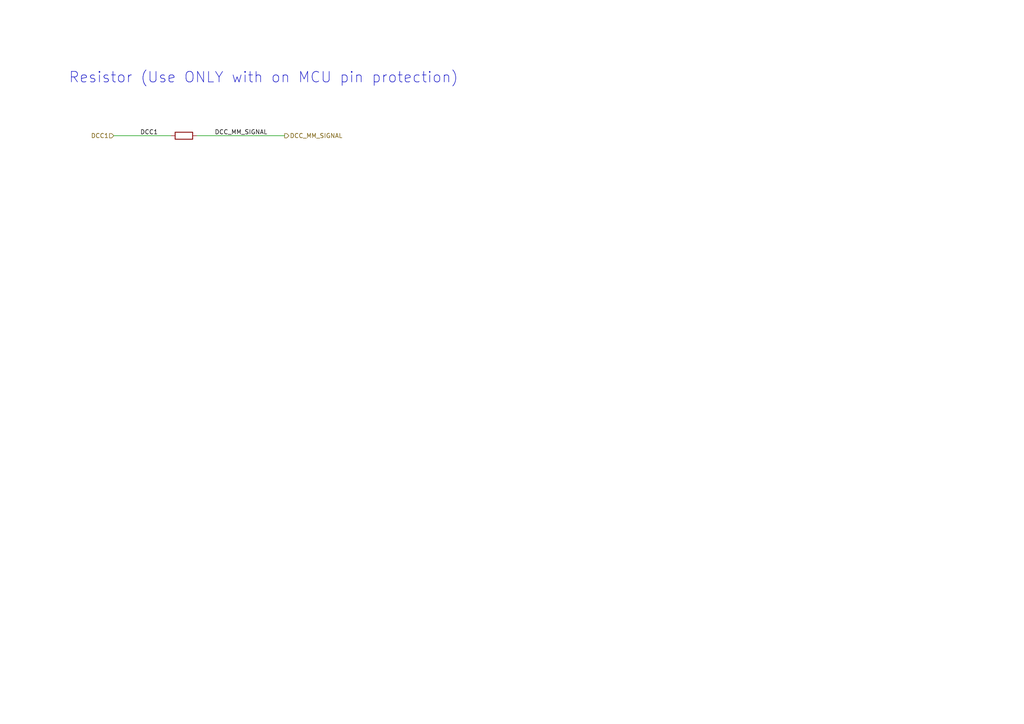
<source format=kicad_sch>
(kicad_sch (version 20231120) (generator "eeschema") (generator_version "8.0")
  (paper "A4")
  (lib_symbols
    (symbol "Device:R" (pin_numbers hide) (pin_names (offset 0))
      (property "Reference" "R" (at 2.032 0 90))
      (property "Value" "R" (at 0 0 90))
      (symbol "R_0_1"
        (rectangle (start -1.016 -2.54) (end 1.016 2.54) (stroke (width 0.254)))
      )
      (symbol "R_1_1"
        (pin passive line (at 0 3.81 270) (length 1.27) (name "~") (number "1"))
        (pin passive line (at 0 -3.81 90) (length 1.27) (name "~") (number "2"))
      )
    )
  )
  (wire (pts (xy 57.15 39.37) (xy 82.55 39.37)))
  (wire (pts (xy 33.02 39.37) (xy 49.53 39.37)))
  (text "Resistor (Use ONLY with on MCU pin protection)" (at 76.454 22.606 0) (effects (font (size 3.048 3.048))))
  (label "DCC_MM_SIGNAL" (at 62.23 39.37 0))
  (label "DCC1" (at 40.64 39.37 0))
  (hierarchical_label "DCC1" (shape input) (at 33.02 39.37 180))
  (hierarchical_label "DCC_MM_SIGNAL" (shape output) (at 82.55 39.37 0))
  (symbol (lib_id "Device:R") (at 53.34 39.37 90) (unit 1)
    (property "Reference" "R101" (effects (hide yes)))
    (property "Value" "22k" (effects (hide yes)))
    (property "Footprint" "Resistor_SMD:R_0805_2012Metric_Pad1.20x1.40mm_HandSolder" (effects (hide yes)))
    (property "Description" "Resistor" (effects (hide yes)))
    (property "OLI_ID" "22k_0805" (effects (hide yes)))
    (property "Sim.Device" "R" (effects (hide yes)))
    (property "Sim.Pins" "1=+ 2=-" (effects (hide yes)))
    (instances (project "rails_signal_extraction_dcc-test" (path "" (reference "R101") (unit 1))) (project "xDuinoRail-Accessory-Dev" (path "" (reference "R901") (unit 1))))
  )
)
</source>
